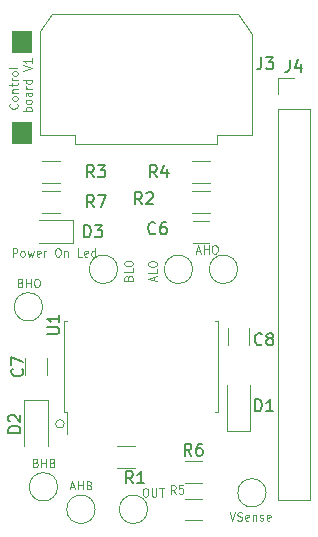
<source format=gbr>
%TF.GenerationSoftware,KiCad,Pcbnew,5.1.10*%
%TF.CreationDate,2021-09-10T11:26:47+02:00*%
%TF.ProjectId,PeltierSwitchingMainBoard_control,50656c74-6965-4725-9377-69746368696e,rev?*%
%TF.SameCoordinates,Original*%
%TF.FileFunction,Legend,Top*%
%TF.FilePolarity,Positive*%
%FSLAX46Y46*%
G04 Gerber Fmt 4.6, Leading zero omitted, Abs format (unit mm)*
G04 Created by KiCad (PCBNEW 5.1.10) date 2021-09-10 11:26:47*
%MOMM*%
%LPD*%
G01*
G04 APERTURE LIST*
%ADD10C,0.100000*%
%ADD11C,0.120000*%
%ADD12C,0.150000*%
G04 APERTURE END LIST*
D10*
G36*
X64389000Y-48387000D02*
G01*
X62738000Y-48387000D01*
X62738000Y-46609000D01*
X64389000Y-46609000D01*
X64389000Y-48387000D01*
G37*
X64389000Y-48387000D02*
X62738000Y-48387000D01*
X62738000Y-46609000D01*
X64389000Y-46609000D01*
X64389000Y-48387000D01*
G36*
X64389000Y-40640000D02*
G01*
X62738000Y-40640000D01*
X62738000Y-38862000D01*
X64389000Y-38862000D01*
X64389000Y-40640000D01*
G37*
X64389000Y-40640000D02*
X62738000Y-40640000D01*
X62738000Y-38862000D01*
X64389000Y-38862000D01*
X64389000Y-40640000D01*
D11*
X63165000Y-45034000D02*
X63198333Y-45067333D01*
X63231666Y-45167333D01*
X63231666Y-45234000D01*
X63198333Y-45334000D01*
X63131666Y-45400666D01*
X63065000Y-45434000D01*
X62931666Y-45467333D01*
X62831666Y-45467333D01*
X62698333Y-45434000D01*
X62631666Y-45400666D01*
X62565000Y-45334000D01*
X62531666Y-45234000D01*
X62531666Y-45167333D01*
X62565000Y-45067333D01*
X62598333Y-45034000D01*
X63231666Y-44634000D02*
X63198333Y-44700666D01*
X63165000Y-44734000D01*
X63098333Y-44767333D01*
X62898333Y-44767333D01*
X62831666Y-44734000D01*
X62798333Y-44700666D01*
X62765000Y-44634000D01*
X62765000Y-44534000D01*
X62798333Y-44467333D01*
X62831666Y-44434000D01*
X62898333Y-44400666D01*
X63098333Y-44400666D01*
X63165000Y-44434000D01*
X63198333Y-44467333D01*
X63231666Y-44534000D01*
X63231666Y-44634000D01*
X62765000Y-44100666D02*
X63231666Y-44100666D01*
X62831666Y-44100666D02*
X62798333Y-44067333D01*
X62765000Y-44000666D01*
X62765000Y-43900666D01*
X62798333Y-43834000D01*
X62865000Y-43800666D01*
X63231666Y-43800666D01*
X62765000Y-43567333D02*
X62765000Y-43300666D01*
X62531666Y-43467333D02*
X63131666Y-43467333D01*
X63198333Y-43434000D01*
X63231666Y-43367333D01*
X63231666Y-43300666D01*
X63231666Y-43067333D02*
X62765000Y-43067333D01*
X62898333Y-43067333D02*
X62831666Y-43034000D01*
X62798333Y-43000666D01*
X62765000Y-42934000D01*
X62765000Y-42867333D01*
X63231666Y-42534000D02*
X63198333Y-42600666D01*
X63165000Y-42634000D01*
X63098333Y-42667333D01*
X62898333Y-42667333D01*
X62831666Y-42634000D01*
X62798333Y-42600666D01*
X62765000Y-42534000D01*
X62765000Y-42434000D01*
X62798333Y-42367333D01*
X62831666Y-42334000D01*
X62898333Y-42300666D01*
X63098333Y-42300666D01*
X63165000Y-42334000D01*
X63198333Y-42367333D01*
X63231666Y-42434000D01*
X63231666Y-42534000D01*
X63231666Y-41900666D02*
X63198333Y-41967333D01*
X63131666Y-42000666D01*
X62531666Y-42000666D01*
X64401666Y-45650666D02*
X63701666Y-45650666D01*
X63968333Y-45650666D02*
X63935000Y-45584000D01*
X63935000Y-45450666D01*
X63968333Y-45384000D01*
X64001666Y-45350666D01*
X64068333Y-45317333D01*
X64268333Y-45317333D01*
X64335000Y-45350666D01*
X64368333Y-45384000D01*
X64401666Y-45450666D01*
X64401666Y-45584000D01*
X64368333Y-45650666D01*
X64401666Y-44917333D02*
X64368333Y-44984000D01*
X64335000Y-45017333D01*
X64268333Y-45050666D01*
X64068333Y-45050666D01*
X64001666Y-45017333D01*
X63968333Y-44984000D01*
X63935000Y-44917333D01*
X63935000Y-44817333D01*
X63968333Y-44750666D01*
X64001666Y-44717333D01*
X64068333Y-44684000D01*
X64268333Y-44684000D01*
X64335000Y-44717333D01*
X64368333Y-44750666D01*
X64401666Y-44817333D01*
X64401666Y-44917333D01*
X64401666Y-44084000D02*
X64035000Y-44084000D01*
X63968333Y-44117333D01*
X63935000Y-44184000D01*
X63935000Y-44317333D01*
X63968333Y-44384000D01*
X64368333Y-44084000D02*
X64401666Y-44150666D01*
X64401666Y-44317333D01*
X64368333Y-44384000D01*
X64301666Y-44417333D01*
X64235000Y-44417333D01*
X64168333Y-44384000D01*
X64135000Y-44317333D01*
X64135000Y-44150666D01*
X64101666Y-44084000D01*
X64401666Y-43750666D02*
X63935000Y-43750666D01*
X64068333Y-43750666D02*
X64001666Y-43717333D01*
X63968333Y-43684000D01*
X63935000Y-43617333D01*
X63935000Y-43550666D01*
X64401666Y-43017333D02*
X63701666Y-43017333D01*
X64368333Y-43017333D02*
X64401666Y-43084000D01*
X64401666Y-43217333D01*
X64368333Y-43284000D01*
X64335000Y-43317333D01*
X64268333Y-43350666D01*
X64068333Y-43350666D01*
X64001666Y-43317333D01*
X63968333Y-43284000D01*
X63935000Y-43217333D01*
X63935000Y-43084000D01*
X63968333Y-43017333D01*
X63701666Y-42250666D02*
X64401666Y-42017333D01*
X63701666Y-41784000D01*
X64401666Y-41184000D02*
X64401666Y-41584000D01*
X64401666Y-41384000D02*
X63701666Y-41384000D01*
X63801666Y-41450666D01*
X63868333Y-41517333D01*
X63901666Y-41584000D01*
X67161210Y-72136000D02*
G75*
G03*
X67161210Y-72136000I-359210J0D01*
G01*
D10*
X62794000Y-57974666D02*
X62794000Y-57274666D01*
X63060666Y-57274666D01*
X63127333Y-57308000D01*
X63160666Y-57341333D01*
X63194000Y-57408000D01*
X63194000Y-57508000D01*
X63160666Y-57574666D01*
X63127333Y-57608000D01*
X63060666Y-57641333D01*
X62794000Y-57641333D01*
X63594000Y-57974666D02*
X63527333Y-57941333D01*
X63494000Y-57908000D01*
X63460666Y-57841333D01*
X63460666Y-57641333D01*
X63494000Y-57574666D01*
X63527333Y-57541333D01*
X63594000Y-57508000D01*
X63694000Y-57508000D01*
X63760666Y-57541333D01*
X63794000Y-57574666D01*
X63827333Y-57641333D01*
X63827333Y-57841333D01*
X63794000Y-57908000D01*
X63760666Y-57941333D01*
X63694000Y-57974666D01*
X63594000Y-57974666D01*
X64060666Y-57508000D02*
X64194000Y-57974666D01*
X64327333Y-57641333D01*
X64460666Y-57974666D01*
X64594000Y-57508000D01*
X65127333Y-57941333D02*
X65060666Y-57974666D01*
X64927333Y-57974666D01*
X64860666Y-57941333D01*
X64827333Y-57874666D01*
X64827333Y-57608000D01*
X64860666Y-57541333D01*
X64927333Y-57508000D01*
X65060666Y-57508000D01*
X65127333Y-57541333D01*
X65160666Y-57608000D01*
X65160666Y-57674666D01*
X64827333Y-57741333D01*
X65460666Y-57974666D02*
X65460666Y-57508000D01*
X65460666Y-57641333D02*
X65494000Y-57574666D01*
X65527333Y-57541333D01*
X65594000Y-57508000D01*
X65660666Y-57508000D01*
X66560666Y-57274666D02*
X66694000Y-57274666D01*
X66760666Y-57308000D01*
X66827333Y-57374666D01*
X66860666Y-57508000D01*
X66860666Y-57741333D01*
X66827333Y-57874666D01*
X66760666Y-57941333D01*
X66694000Y-57974666D01*
X66560666Y-57974666D01*
X66494000Y-57941333D01*
X66427333Y-57874666D01*
X66394000Y-57741333D01*
X66394000Y-57508000D01*
X66427333Y-57374666D01*
X66494000Y-57308000D01*
X66560666Y-57274666D01*
X67160666Y-57508000D02*
X67160666Y-57974666D01*
X67160666Y-57574666D02*
X67194000Y-57541333D01*
X67260666Y-57508000D01*
X67360666Y-57508000D01*
X67427333Y-57541333D01*
X67460666Y-57608000D01*
X67460666Y-57974666D01*
X68660666Y-57974666D02*
X68327333Y-57974666D01*
X68327333Y-57274666D01*
X69160666Y-57941333D02*
X69094000Y-57974666D01*
X68960666Y-57974666D01*
X68894000Y-57941333D01*
X68860666Y-57874666D01*
X68860666Y-57608000D01*
X68894000Y-57541333D01*
X68960666Y-57508000D01*
X69094000Y-57508000D01*
X69160666Y-57541333D01*
X69194000Y-57608000D01*
X69194000Y-57674666D01*
X68860666Y-57741333D01*
X69794000Y-57974666D02*
X69794000Y-57274666D01*
X69794000Y-57941333D02*
X69727333Y-57974666D01*
X69594000Y-57974666D01*
X69527333Y-57941333D01*
X69494000Y-57908000D01*
X69460666Y-57841333D01*
X69460666Y-57641333D01*
X69494000Y-57574666D01*
X69527333Y-57541333D01*
X69594000Y-57508000D01*
X69727333Y-57508000D01*
X69794000Y-57541333D01*
D11*
%TO.C,J4*%
X85284000Y-42866000D02*
X86614000Y-42866000D01*
X85284000Y-44196000D02*
X85284000Y-42866000D01*
X85284000Y-45466000D02*
X87944000Y-45466000D01*
X87944000Y-45466000D02*
X87944000Y-78546000D01*
X85284000Y-45466000D02*
X85284000Y-78546000D01*
X85284000Y-78546000D02*
X87944000Y-78546000D01*
%TO.C,J3*%
X83105000Y-47660000D02*
X80105000Y-47660000D01*
X80105000Y-47660000D02*
X80105000Y-48410000D01*
X80105000Y-48410000D02*
X68105000Y-48410000D01*
X68105000Y-48410000D02*
X68105000Y-47660000D01*
X68105000Y-47660000D02*
X65105000Y-47660000D01*
X65105000Y-47660000D02*
X65105000Y-38910000D01*
X65105000Y-38910000D02*
X66105000Y-37410000D01*
X66105000Y-37410000D02*
X81855000Y-37410000D01*
X81855000Y-37410000D02*
X83105000Y-39160000D01*
X83105000Y-39160000D02*
X83105000Y-47660000D01*
%TO.C,U1*%
X80170000Y-67310000D02*
X80170000Y-63450000D01*
X80170000Y-63450000D02*
X79935000Y-63450000D01*
X80170000Y-67310000D02*
X80170000Y-71170000D01*
X80170000Y-71170000D02*
X79935000Y-71170000D01*
X67150000Y-67310000D02*
X67150000Y-63450000D01*
X67150000Y-63450000D02*
X67385000Y-63450000D01*
X67150000Y-67310000D02*
X67150000Y-71170000D01*
X67150000Y-71170000D02*
X67385000Y-71170000D01*
X67385000Y-71170000D02*
X67385000Y-72985000D01*
%TO.C,OUT*%
X74225000Y-79375000D02*
G75*
G03*
X74225000Y-79375000I-1200000J0D01*
G01*
%TO.C,VSense*%
X84258000Y-77978000D02*
G75*
G03*
X84258000Y-77978000I-1200000J0D01*
G01*
%TO.C,BHB*%
X66605000Y-77470000D02*
G75*
G03*
X66605000Y-77470000I-1200000J0D01*
G01*
%TO.C,AHB*%
X69780000Y-79375000D02*
G75*
G03*
X69780000Y-79375000I-1200000J0D01*
G01*
%TO.C,AHO*%
X81845000Y-59055000D02*
G75*
G03*
X81845000Y-59055000I-1200000J0D01*
G01*
%TO.C,ALO*%
X78035000Y-59055000D02*
G75*
G03*
X78035000Y-59055000I-1200000J0D01*
G01*
%TO.C,BLO*%
X71685000Y-59055000D02*
G75*
G03*
X71685000Y-59055000I-1200000J0D01*
G01*
%TO.C,BHO*%
X65335000Y-62230000D02*
G75*
G03*
X65335000Y-62230000I-1200000J0D01*
G01*
%TO.C,R7*%
X66767064Y-54250000D02*
X65312936Y-54250000D01*
X66767064Y-52430000D02*
X65312936Y-52430000D01*
%TO.C,R6*%
X77377936Y-75290000D02*
X78832064Y-75290000D01*
X77377936Y-77110000D02*
X78832064Y-77110000D01*
%TO.C,R5*%
X77377936Y-78465000D02*
X78832064Y-78465000D01*
X77377936Y-80285000D02*
X78832064Y-80285000D01*
%TO.C,R4*%
X78012936Y-49890000D02*
X79467064Y-49890000D01*
X78012936Y-51710000D02*
X79467064Y-51710000D01*
%TO.C,R3*%
X66767064Y-51710000D02*
X65312936Y-51710000D01*
X66767064Y-49890000D02*
X65312936Y-49890000D01*
%TO.C,R2*%
X78012936Y-52430000D02*
X79467064Y-52430000D01*
X78012936Y-54250000D02*
X79467064Y-54250000D01*
%TO.C,R1*%
X73117064Y-75840000D02*
X71662936Y-75840000D01*
X73117064Y-74020000D02*
X71662936Y-74020000D01*
%TO.C,D3*%
X65040000Y-56840000D02*
X67900000Y-56840000D01*
X67900000Y-56840000D02*
X67900000Y-54920000D01*
X67900000Y-54920000D02*
X65040000Y-54920000D01*
%TO.C,D2*%
X65770000Y-70140000D02*
X63770000Y-70140000D01*
X63770000Y-70140000D02*
X63770000Y-74040000D01*
X65770000Y-70140000D02*
X65770000Y-74040000D01*
%TO.C,D1*%
X80915000Y-72735000D02*
X82915000Y-72735000D01*
X82915000Y-72735000D02*
X82915000Y-68835000D01*
X80915000Y-72735000D02*
X80915000Y-68835000D01*
%TO.C,C8*%
X81005000Y-65481252D02*
X81005000Y-64058748D01*
X82825000Y-65481252D02*
X82825000Y-64058748D01*
%TO.C,C7*%
X63860000Y-68021252D02*
X63860000Y-66598748D01*
X65680000Y-68021252D02*
X65680000Y-66598748D01*
%TO.C,C6*%
X78028748Y-54970000D02*
X79451252Y-54970000D01*
X78028748Y-56790000D02*
X79451252Y-56790000D01*
%TO.C,J4*%
D12*
X86280666Y-41318380D02*
X86280666Y-42032666D01*
X86233047Y-42175523D01*
X86137809Y-42270761D01*
X85994952Y-42318380D01*
X85899714Y-42318380D01*
X87185428Y-41651714D02*
X87185428Y-42318380D01*
X86947333Y-41270761D02*
X86709238Y-41985047D01*
X87328285Y-41985047D01*
%TO.C,J3*%
X83867666Y-41108380D02*
X83867666Y-41822666D01*
X83820047Y-41965523D01*
X83724809Y-42060761D01*
X83581952Y-42108380D01*
X83486714Y-42108380D01*
X84248619Y-41108380D02*
X84867666Y-41108380D01*
X84534333Y-41489333D01*
X84677190Y-41489333D01*
X84772428Y-41536952D01*
X84820047Y-41584571D01*
X84867666Y-41679809D01*
X84867666Y-41917904D01*
X84820047Y-42013142D01*
X84772428Y-42060761D01*
X84677190Y-42108380D01*
X84391476Y-42108380D01*
X84296238Y-42060761D01*
X84248619Y-42013142D01*
%TO.C,U1*%
X65746380Y-64515904D02*
X66555904Y-64515904D01*
X66651142Y-64468285D01*
X66698761Y-64420666D01*
X66746380Y-64325428D01*
X66746380Y-64134952D01*
X66698761Y-64039714D01*
X66651142Y-63992095D01*
X66555904Y-63944476D01*
X65746380Y-63944476D01*
X66746380Y-62944476D02*
X66746380Y-63515904D01*
X66746380Y-63230190D02*
X65746380Y-63230190D01*
X65889238Y-63325428D01*
X65984476Y-63420666D01*
X66032095Y-63515904D01*
%TO.C,OUT*%
D10*
X73976000Y-77594666D02*
X74109333Y-77594666D01*
X74176000Y-77628000D01*
X74242666Y-77694666D01*
X74276000Y-77828000D01*
X74276000Y-78061333D01*
X74242666Y-78194666D01*
X74176000Y-78261333D01*
X74109333Y-78294666D01*
X73976000Y-78294666D01*
X73909333Y-78261333D01*
X73842666Y-78194666D01*
X73809333Y-78061333D01*
X73809333Y-77828000D01*
X73842666Y-77694666D01*
X73909333Y-77628000D01*
X73976000Y-77594666D01*
X74576000Y-77594666D02*
X74576000Y-78161333D01*
X74609333Y-78228000D01*
X74642666Y-78261333D01*
X74709333Y-78294666D01*
X74842666Y-78294666D01*
X74909333Y-78261333D01*
X74942666Y-78228000D01*
X74976000Y-78161333D01*
X74976000Y-77594666D01*
X75209333Y-77594666D02*
X75609333Y-77594666D01*
X75409333Y-78294666D02*
X75409333Y-77594666D01*
%TO.C,VSense*%
X81164333Y-79626666D02*
X81397666Y-80326666D01*
X81631000Y-79626666D01*
X81831000Y-80293333D02*
X81931000Y-80326666D01*
X82097666Y-80326666D01*
X82164333Y-80293333D01*
X82197666Y-80260000D01*
X82231000Y-80193333D01*
X82231000Y-80126666D01*
X82197666Y-80060000D01*
X82164333Y-80026666D01*
X82097666Y-79993333D01*
X81964333Y-79960000D01*
X81897666Y-79926666D01*
X81864333Y-79893333D01*
X81831000Y-79826666D01*
X81831000Y-79760000D01*
X81864333Y-79693333D01*
X81897666Y-79660000D01*
X81964333Y-79626666D01*
X82131000Y-79626666D01*
X82231000Y-79660000D01*
X82797666Y-80293333D02*
X82731000Y-80326666D01*
X82597666Y-80326666D01*
X82531000Y-80293333D01*
X82497666Y-80226666D01*
X82497666Y-79960000D01*
X82531000Y-79893333D01*
X82597666Y-79860000D01*
X82731000Y-79860000D01*
X82797666Y-79893333D01*
X82831000Y-79960000D01*
X82831000Y-80026666D01*
X82497666Y-80093333D01*
X83131000Y-79860000D02*
X83131000Y-80326666D01*
X83131000Y-79926666D02*
X83164333Y-79893333D01*
X83231000Y-79860000D01*
X83331000Y-79860000D01*
X83397666Y-79893333D01*
X83431000Y-79960000D01*
X83431000Y-80326666D01*
X83731000Y-80293333D02*
X83797666Y-80326666D01*
X83931000Y-80326666D01*
X83997666Y-80293333D01*
X84031000Y-80226666D01*
X84031000Y-80193333D01*
X83997666Y-80126666D01*
X83931000Y-80093333D01*
X83831000Y-80093333D01*
X83764333Y-80060000D01*
X83731000Y-79993333D01*
X83731000Y-79960000D01*
X83764333Y-79893333D01*
X83831000Y-79860000D01*
X83931000Y-79860000D01*
X83997666Y-79893333D01*
X84597666Y-80293333D02*
X84531000Y-80326666D01*
X84397666Y-80326666D01*
X84331000Y-80293333D01*
X84297666Y-80226666D01*
X84297666Y-79960000D01*
X84331000Y-79893333D01*
X84397666Y-79860000D01*
X84531000Y-79860000D01*
X84597666Y-79893333D01*
X84631000Y-79960000D01*
X84631000Y-80026666D01*
X84297666Y-80093333D01*
%TO.C,BHB*%
X64738333Y-75422000D02*
X64838333Y-75455333D01*
X64871666Y-75488666D01*
X64905000Y-75555333D01*
X64905000Y-75655333D01*
X64871666Y-75722000D01*
X64838333Y-75755333D01*
X64771666Y-75788666D01*
X64505000Y-75788666D01*
X64505000Y-75088666D01*
X64738333Y-75088666D01*
X64805000Y-75122000D01*
X64838333Y-75155333D01*
X64871666Y-75222000D01*
X64871666Y-75288666D01*
X64838333Y-75355333D01*
X64805000Y-75388666D01*
X64738333Y-75422000D01*
X64505000Y-75422000D01*
X65205000Y-75788666D02*
X65205000Y-75088666D01*
X65205000Y-75422000D02*
X65605000Y-75422000D01*
X65605000Y-75788666D02*
X65605000Y-75088666D01*
X66171666Y-75422000D02*
X66271666Y-75455333D01*
X66305000Y-75488666D01*
X66338333Y-75555333D01*
X66338333Y-75655333D01*
X66305000Y-75722000D01*
X66271666Y-75755333D01*
X66205000Y-75788666D01*
X65938333Y-75788666D01*
X65938333Y-75088666D01*
X66171666Y-75088666D01*
X66238333Y-75122000D01*
X66271666Y-75155333D01*
X66305000Y-75222000D01*
X66305000Y-75288666D01*
X66271666Y-75355333D01*
X66238333Y-75388666D01*
X66171666Y-75422000D01*
X65938333Y-75422000D01*
%TO.C,AHB*%
X67696666Y-77493666D02*
X68030000Y-77493666D01*
X67630000Y-77693666D02*
X67863333Y-76993666D01*
X68096666Y-77693666D01*
X68330000Y-77693666D02*
X68330000Y-76993666D01*
X68330000Y-77327000D02*
X68730000Y-77327000D01*
X68730000Y-77693666D02*
X68730000Y-76993666D01*
X69296666Y-77327000D02*
X69396666Y-77360333D01*
X69430000Y-77393666D01*
X69463333Y-77460333D01*
X69463333Y-77560333D01*
X69430000Y-77627000D01*
X69396666Y-77660333D01*
X69330000Y-77693666D01*
X69063333Y-77693666D01*
X69063333Y-76993666D01*
X69296666Y-76993666D01*
X69363333Y-77027000D01*
X69396666Y-77060333D01*
X69430000Y-77127000D01*
X69430000Y-77193666D01*
X69396666Y-77260333D01*
X69363333Y-77293666D01*
X69296666Y-77327000D01*
X69063333Y-77327000D01*
%TO.C,AHO*%
X78348000Y-57520666D02*
X78681333Y-57520666D01*
X78281333Y-57720666D02*
X78514666Y-57020666D01*
X78748000Y-57720666D01*
X78981333Y-57720666D02*
X78981333Y-57020666D01*
X78981333Y-57354000D02*
X79381333Y-57354000D01*
X79381333Y-57720666D02*
X79381333Y-57020666D01*
X79848000Y-57020666D02*
X79981333Y-57020666D01*
X80048000Y-57054000D01*
X80114666Y-57120666D01*
X80148000Y-57254000D01*
X80148000Y-57487333D01*
X80114666Y-57620666D01*
X80048000Y-57687333D01*
X79981333Y-57720666D01*
X79848000Y-57720666D01*
X79781333Y-57687333D01*
X79714666Y-57620666D01*
X79681333Y-57487333D01*
X79681333Y-57254000D01*
X79714666Y-57120666D01*
X79781333Y-57054000D01*
X79848000Y-57020666D01*
%TO.C,ALO*%
X74792666Y-59998666D02*
X74792666Y-59665333D01*
X74992666Y-60065333D02*
X74292666Y-59832000D01*
X74992666Y-59598666D01*
X74992666Y-59032000D02*
X74992666Y-59365333D01*
X74292666Y-59365333D01*
X74292666Y-58665333D02*
X74292666Y-58532000D01*
X74326000Y-58465333D01*
X74392666Y-58398666D01*
X74526000Y-58365333D01*
X74759333Y-58365333D01*
X74892666Y-58398666D01*
X74959333Y-58465333D01*
X74992666Y-58532000D01*
X74992666Y-58665333D01*
X74959333Y-58732000D01*
X74892666Y-58798666D01*
X74759333Y-58832000D01*
X74526000Y-58832000D01*
X74392666Y-58798666D01*
X74326000Y-58732000D01*
X74292666Y-58665333D01*
%TO.C,BLO*%
X72594000Y-59782000D02*
X72627333Y-59682000D01*
X72660666Y-59648666D01*
X72727333Y-59615333D01*
X72827333Y-59615333D01*
X72894000Y-59648666D01*
X72927333Y-59682000D01*
X72960666Y-59748666D01*
X72960666Y-60015333D01*
X72260666Y-60015333D01*
X72260666Y-59782000D01*
X72294000Y-59715333D01*
X72327333Y-59682000D01*
X72394000Y-59648666D01*
X72460666Y-59648666D01*
X72527333Y-59682000D01*
X72560666Y-59715333D01*
X72594000Y-59782000D01*
X72594000Y-60015333D01*
X72960666Y-58982000D02*
X72960666Y-59315333D01*
X72260666Y-59315333D01*
X72260666Y-58615333D02*
X72260666Y-58482000D01*
X72294000Y-58415333D01*
X72360666Y-58348666D01*
X72494000Y-58315333D01*
X72727333Y-58315333D01*
X72860666Y-58348666D01*
X72927333Y-58415333D01*
X72960666Y-58482000D01*
X72960666Y-58615333D01*
X72927333Y-58682000D01*
X72860666Y-58748666D01*
X72727333Y-58782000D01*
X72494000Y-58782000D01*
X72360666Y-58748666D01*
X72294000Y-58682000D01*
X72260666Y-58615333D01*
%TO.C,BHO*%
X63451666Y-60182000D02*
X63551666Y-60215333D01*
X63585000Y-60248666D01*
X63618333Y-60315333D01*
X63618333Y-60415333D01*
X63585000Y-60482000D01*
X63551666Y-60515333D01*
X63485000Y-60548666D01*
X63218333Y-60548666D01*
X63218333Y-59848666D01*
X63451666Y-59848666D01*
X63518333Y-59882000D01*
X63551666Y-59915333D01*
X63585000Y-59982000D01*
X63585000Y-60048666D01*
X63551666Y-60115333D01*
X63518333Y-60148666D01*
X63451666Y-60182000D01*
X63218333Y-60182000D01*
X63918333Y-60548666D02*
X63918333Y-59848666D01*
X63918333Y-60182000D02*
X64318333Y-60182000D01*
X64318333Y-60548666D02*
X64318333Y-59848666D01*
X64785000Y-59848666D02*
X64918333Y-59848666D01*
X64985000Y-59882000D01*
X65051666Y-59948666D01*
X65085000Y-60082000D01*
X65085000Y-60315333D01*
X65051666Y-60448666D01*
X64985000Y-60515333D01*
X64918333Y-60548666D01*
X64785000Y-60548666D01*
X64718333Y-60515333D01*
X64651666Y-60448666D01*
X64618333Y-60315333D01*
X64618333Y-60082000D01*
X64651666Y-59948666D01*
X64718333Y-59882000D01*
X64785000Y-59848666D01*
%TO.C,R7*%
D12*
X69683333Y-53792380D02*
X69350000Y-53316190D01*
X69111904Y-53792380D02*
X69111904Y-52792380D01*
X69492857Y-52792380D01*
X69588095Y-52840000D01*
X69635714Y-52887619D01*
X69683333Y-52982857D01*
X69683333Y-53125714D01*
X69635714Y-53220952D01*
X69588095Y-53268571D01*
X69492857Y-53316190D01*
X69111904Y-53316190D01*
X70016666Y-52792380D02*
X70683333Y-52792380D01*
X70254761Y-53792380D01*
%TO.C,R6*%
X77938333Y-74832380D02*
X77605000Y-74356190D01*
X77366904Y-74832380D02*
X77366904Y-73832380D01*
X77747857Y-73832380D01*
X77843095Y-73880000D01*
X77890714Y-73927619D01*
X77938333Y-74022857D01*
X77938333Y-74165714D01*
X77890714Y-74260952D01*
X77843095Y-74308571D01*
X77747857Y-74356190D01*
X77366904Y-74356190D01*
X78795476Y-73832380D02*
X78605000Y-73832380D01*
X78509761Y-73880000D01*
X78462142Y-73927619D01*
X78366904Y-74070476D01*
X78319285Y-74260952D01*
X78319285Y-74641904D01*
X78366904Y-74737142D01*
X78414523Y-74784761D01*
X78509761Y-74832380D01*
X78700238Y-74832380D01*
X78795476Y-74784761D01*
X78843095Y-74737142D01*
X78890714Y-74641904D01*
X78890714Y-74403809D01*
X78843095Y-74308571D01*
X78795476Y-74260952D01*
X78700238Y-74213333D01*
X78509761Y-74213333D01*
X78414523Y-74260952D01*
X78366904Y-74308571D01*
X78319285Y-74403809D01*
%TO.C,R5*%
D10*
X76591333Y-78040666D02*
X76358000Y-77707333D01*
X76191333Y-78040666D02*
X76191333Y-77340666D01*
X76458000Y-77340666D01*
X76524666Y-77374000D01*
X76558000Y-77407333D01*
X76591333Y-77474000D01*
X76591333Y-77574000D01*
X76558000Y-77640666D01*
X76524666Y-77674000D01*
X76458000Y-77707333D01*
X76191333Y-77707333D01*
X77224666Y-77340666D02*
X76891333Y-77340666D01*
X76858000Y-77674000D01*
X76891333Y-77640666D01*
X76958000Y-77607333D01*
X77124666Y-77607333D01*
X77191333Y-77640666D01*
X77224666Y-77674000D01*
X77258000Y-77740666D01*
X77258000Y-77907333D01*
X77224666Y-77974000D01*
X77191333Y-78007333D01*
X77124666Y-78040666D01*
X76958000Y-78040666D01*
X76891333Y-78007333D01*
X76858000Y-77974000D01*
%TO.C,R4*%
D12*
X75017333Y-51252380D02*
X74684000Y-50776190D01*
X74445904Y-51252380D02*
X74445904Y-50252380D01*
X74826857Y-50252380D01*
X74922095Y-50300000D01*
X74969714Y-50347619D01*
X75017333Y-50442857D01*
X75017333Y-50585714D01*
X74969714Y-50680952D01*
X74922095Y-50728571D01*
X74826857Y-50776190D01*
X74445904Y-50776190D01*
X75874476Y-50585714D02*
X75874476Y-51252380D01*
X75636380Y-50204761D02*
X75398285Y-50919047D01*
X76017333Y-50919047D01*
%TO.C,R3*%
X69683333Y-51252380D02*
X69350000Y-50776190D01*
X69111904Y-51252380D02*
X69111904Y-50252380D01*
X69492857Y-50252380D01*
X69588095Y-50300000D01*
X69635714Y-50347619D01*
X69683333Y-50442857D01*
X69683333Y-50585714D01*
X69635714Y-50680952D01*
X69588095Y-50728571D01*
X69492857Y-50776190D01*
X69111904Y-50776190D01*
X70016666Y-50252380D02*
X70635714Y-50252380D01*
X70302380Y-50633333D01*
X70445238Y-50633333D01*
X70540476Y-50680952D01*
X70588095Y-50728571D01*
X70635714Y-50823809D01*
X70635714Y-51061904D01*
X70588095Y-51157142D01*
X70540476Y-51204761D01*
X70445238Y-51252380D01*
X70159523Y-51252380D01*
X70064285Y-51204761D01*
X70016666Y-51157142D01*
%TO.C,R2*%
X73747333Y-53538380D02*
X73414000Y-53062190D01*
X73175904Y-53538380D02*
X73175904Y-52538380D01*
X73556857Y-52538380D01*
X73652095Y-52586000D01*
X73699714Y-52633619D01*
X73747333Y-52728857D01*
X73747333Y-52871714D01*
X73699714Y-52966952D01*
X73652095Y-53014571D01*
X73556857Y-53062190D01*
X73175904Y-53062190D01*
X74128285Y-52633619D02*
X74175904Y-52586000D01*
X74271142Y-52538380D01*
X74509238Y-52538380D01*
X74604476Y-52586000D01*
X74652095Y-52633619D01*
X74699714Y-52728857D01*
X74699714Y-52824095D01*
X74652095Y-52966952D01*
X74080666Y-53538380D01*
X74699714Y-53538380D01*
%TO.C,R1*%
X72985333Y-77160380D02*
X72652000Y-76684190D01*
X72413904Y-77160380D02*
X72413904Y-76160380D01*
X72794857Y-76160380D01*
X72890095Y-76208000D01*
X72937714Y-76255619D01*
X72985333Y-76350857D01*
X72985333Y-76493714D01*
X72937714Y-76588952D01*
X72890095Y-76636571D01*
X72794857Y-76684190D01*
X72413904Y-76684190D01*
X73937714Y-77160380D02*
X73366285Y-77160380D01*
X73652000Y-77160380D02*
X73652000Y-76160380D01*
X73556761Y-76303238D01*
X73461523Y-76398476D01*
X73366285Y-76446095D01*
%TO.C,D3*%
X68857904Y-56332380D02*
X68857904Y-55332380D01*
X69096000Y-55332380D01*
X69238857Y-55380000D01*
X69334095Y-55475238D01*
X69381714Y-55570476D01*
X69429333Y-55760952D01*
X69429333Y-55903809D01*
X69381714Y-56094285D01*
X69334095Y-56189523D01*
X69238857Y-56284761D01*
X69096000Y-56332380D01*
X68857904Y-56332380D01*
X69762666Y-55332380D02*
X70381714Y-55332380D01*
X70048380Y-55713333D01*
X70191238Y-55713333D01*
X70286476Y-55760952D01*
X70334095Y-55808571D01*
X70381714Y-55903809D01*
X70381714Y-56141904D01*
X70334095Y-56237142D01*
X70286476Y-56284761D01*
X70191238Y-56332380D01*
X69905523Y-56332380D01*
X69810285Y-56284761D01*
X69762666Y-56237142D01*
%TO.C,D2*%
X63444380Y-72874095D02*
X62444380Y-72874095D01*
X62444380Y-72636000D01*
X62492000Y-72493142D01*
X62587238Y-72397904D01*
X62682476Y-72350285D01*
X62872952Y-72302666D01*
X63015809Y-72302666D01*
X63206285Y-72350285D01*
X63301523Y-72397904D01*
X63396761Y-72493142D01*
X63444380Y-72636000D01*
X63444380Y-72874095D01*
X62539619Y-71921714D02*
X62492000Y-71874095D01*
X62444380Y-71778857D01*
X62444380Y-71540761D01*
X62492000Y-71445523D01*
X62539619Y-71397904D01*
X62634857Y-71350285D01*
X62730095Y-71350285D01*
X62872952Y-71397904D01*
X63444380Y-71969333D01*
X63444380Y-71350285D01*
%TO.C,D1*%
X83335904Y-71064380D02*
X83335904Y-70064380D01*
X83574000Y-70064380D01*
X83716857Y-70112000D01*
X83812095Y-70207238D01*
X83859714Y-70302476D01*
X83907333Y-70492952D01*
X83907333Y-70635809D01*
X83859714Y-70826285D01*
X83812095Y-70921523D01*
X83716857Y-71016761D01*
X83574000Y-71064380D01*
X83335904Y-71064380D01*
X84859714Y-71064380D02*
X84288285Y-71064380D01*
X84574000Y-71064380D02*
X84574000Y-70064380D01*
X84478761Y-70207238D01*
X84383523Y-70302476D01*
X84288285Y-70350095D01*
%TO.C,C8*%
X83907333Y-65381142D02*
X83859714Y-65428761D01*
X83716857Y-65476380D01*
X83621619Y-65476380D01*
X83478761Y-65428761D01*
X83383523Y-65333523D01*
X83335904Y-65238285D01*
X83288285Y-65047809D01*
X83288285Y-64904952D01*
X83335904Y-64714476D01*
X83383523Y-64619238D01*
X83478761Y-64524000D01*
X83621619Y-64476380D01*
X83716857Y-64476380D01*
X83859714Y-64524000D01*
X83907333Y-64571619D01*
X84478761Y-64904952D02*
X84383523Y-64857333D01*
X84335904Y-64809714D01*
X84288285Y-64714476D01*
X84288285Y-64666857D01*
X84335904Y-64571619D01*
X84383523Y-64524000D01*
X84478761Y-64476380D01*
X84669238Y-64476380D01*
X84764476Y-64524000D01*
X84812095Y-64571619D01*
X84859714Y-64666857D01*
X84859714Y-64714476D01*
X84812095Y-64809714D01*
X84764476Y-64857333D01*
X84669238Y-64904952D01*
X84478761Y-64904952D01*
X84383523Y-64952571D01*
X84335904Y-65000190D01*
X84288285Y-65095428D01*
X84288285Y-65285904D01*
X84335904Y-65381142D01*
X84383523Y-65428761D01*
X84478761Y-65476380D01*
X84669238Y-65476380D01*
X84764476Y-65428761D01*
X84812095Y-65381142D01*
X84859714Y-65285904D01*
X84859714Y-65095428D01*
X84812095Y-65000190D01*
X84764476Y-64952571D01*
X84669238Y-64904952D01*
%TO.C,C7*%
X63603142Y-67476666D02*
X63650761Y-67524285D01*
X63698380Y-67667142D01*
X63698380Y-67762380D01*
X63650761Y-67905238D01*
X63555523Y-68000476D01*
X63460285Y-68048095D01*
X63269809Y-68095714D01*
X63126952Y-68095714D01*
X62936476Y-68048095D01*
X62841238Y-68000476D01*
X62746000Y-67905238D01*
X62698380Y-67762380D01*
X62698380Y-67667142D01*
X62746000Y-67524285D01*
X62793619Y-67476666D01*
X62698380Y-67143333D02*
X62698380Y-66476666D01*
X63698380Y-66905238D01*
%TO.C,C6*%
X74890333Y-55983142D02*
X74842714Y-56030761D01*
X74699857Y-56078380D01*
X74604619Y-56078380D01*
X74461761Y-56030761D01*
X74366523Y-55935523D01*
X74318904Y-55840285D01*
X74271285Y-55649809D01*
X74271285Y-55506952D01*
X74318904Y-55316476D01*
X74366523Y-55221238D01*
X74461761Y-55126000D01*
X74604619Y-55078380D01*
X74699857Y-55078380D01*
X74842714Y-55126000D01*
X74890333Y-55173619D01*
X75747476Y-55078380D02*
X75557000Y-55078380D01*
X75461761Y-55126000D01*
X75414142Y-55173619D01*
X75318904Y-55316476D01*
X75271285Y-55506952D01*
X75271285Y-55887904D01*
X75318904Y-55983142D01*
X75366523Y-56030761D01*
X75461761Y-56078380D01*
X75652238Y-56078380D01*
X75747476Y-56030761D01*
X75795095Y-55983142D01*
X75842714Y-55887904D01*
X75842714Y-55649809D01*
X75795095Y-55554571D01*
X75747476Y-55506952D01*
X75652238Y-55459333D01*
X75461761Y-55459333D01*
X75366523Y-55506952D01*
X75318904Y-55554571D01*
X75271285Y-55649809D01*
%TD*%
M02*

</source>
